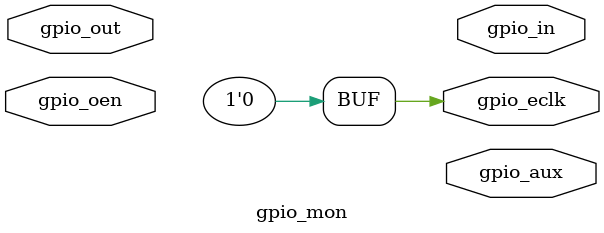
<source format=v>

`include "timescale.v"

module gpio_mon(gpio_aux, gpio_in, gpio_eclk, gpio_out, gpio_oen);

parameter gw = 32;

//
// I/O ports
//
output	[gw-1:0]	gpio_aux;	// Auxiliary
output	[gw-1:0]	gpio_in;	// GPIO inputs
output			gpio_eclk;	// GPIO external clock
input	[gw-1:0]	gpio_out;	// GPIO outputs
input	[gw-1:0]	gpio_oen;	// GPIO output enables

//
// Internal regs
//
reg	[gw-1:0]	gpio_aux;
reg	[gw-1:0]	gpio_in;
reg			gpio_eclk;

initial gpio_eclk = 0;

//
// Set gpio_in
//
task set_gpioin;
input	[31:0]	val;
begin
	gpio_in = val;
end
endtask

//
// Set gpio_aux
//
task set_gpioaux;
input	[31:0]	val;
begin
	gpio_aux = val;
end
endtask

//
// Set gpio_eclk
//
task set_gpioeclk;
input	[31:0]	val;
begin
	gpio_eclk = val[0];
end
endtask


//
// Get gpio_out
//
task get_gpioout;
output	[31:0]	val;
reg	[31:0]	val;
begin
	val = gpio_out;
end
endtask

//
// Get gpio_oen
//
task get_gpiooen;
output	[31:0]	val;
begin
	val = gpio_oen;
end
endtask

endmodule

</source>
